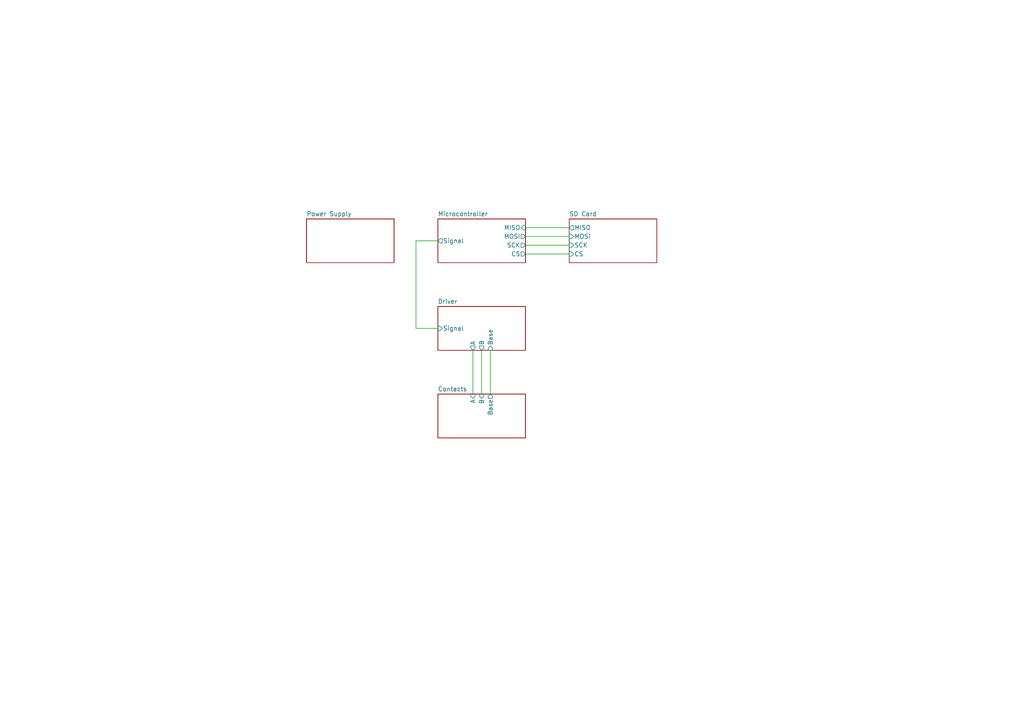
<source format=kicad_sch>
(kicad_sch (version 20230121) (generator eeschema)
  (paper "A4")
  (lib_symbols)
  (wire (pts (xy 152.4 71.12) (xy 165.1 71.12)))
  (wire (pts (xy 139.7 101.6) (xy 139.7 114.3)))
  (wire (pts (xy 152.4 73.66) (xy 165.1 73.66)))
  (wire (pts (xy 152.4 68.58) (xy 165.1 68.58)))
  (wire (pts (xy 152.4 66.04) (xy 165.1 66.04)))
  (wire (pts (xy 137.16 101.6) (xy 137.16 114.3)))
  (wire (pts (xy 127 69.85) (xy 120.65 69.85)))
  (wire (pts (xy 120.65 95.25) (xy 127 95.25)))
  (wire (pts (xy 120.65 69.85) (xy 120.65 95.25)))
  (wire (pts (xy 142.24 101.6) (xy 142.24 114.3)))
  (sheet (at 127 114.3) (size 25.4 12.7) (stroke (width 0.1524))
    (property "Sheetname" "Contacts" (at 127 113.5884 0) (effects (justify left bottom)))
    (property "Sheetfile" "Contacts.kicad_sch" (effects hide))
    (pin "A" input (at 137.16 114.3 90))
    (pin "B" input (at 139.7 114.3 90))
    (pin "Base" output (at 142.24 114.3 90))
  )
  (sheet (at 88.9 63.5) (size 25.4 12.7) (stroke (width 0.1524))
    (property "Sheetname" "Power Supply" (at 88.9 62.7884 0) (effects (justify left bottom)))
    (property "Sheetfile" "PowerSupply.kicad_sch" (effects hide))
  )
  (sheet (at 127 88.9) (size 25.4 12.7) (stroke (width 0.1524))
    (property "Sheetname" "Driver" (at 127 88.1884 0) (effects (justify left bottom)))
    (property "Sheetfile" "Driver.kicad_sch" (effects hide))
    (pin "Signal" input (at 127 95.25 180))
    (pin "A" output (at 137.16 101.6 270))
    (pin "B" output (at 139.7 101.6 270))
    (pin "Base" input (at 142.24 101.6 270))
  )
  (sheet (at 165.1 63.5) (size 25.4 12.7) (stroke (width 0.1524))
    (property "Sheetname" "SD Card" (at 165.1 62.7884 0) (effects (justify left bottom)))
    (property "Sheetfile" "SDCard.kicad_sch" (effects hide))
    (pin "MISO" output (at 165.1 66.04 180))
    (pin "SCK" input (at 165.1 71.12 180))
    (pin "CS" input (at 165.1 73.66 180))
    (pin "MOSI" input (at 165.1 68.58 180))
  )
  (sheet (at 127 63.5) (size 25.4 12.7) (stroke (width 0.1524))
    (property "Sheetname" "Microcontroller" (at 127 62.7884 0) (effects (justify left bottom)))
    (property "Sheetfile" "Microcontroller.kicad_sch" (effects hide))
    (pin "Signal" output (at 127 69.85 180))
    (pin "MOSI" output (at 152.4 68.58 0))
    (pin "CS" output (at 152.4 73.66 0))
    (pin "MISO" input (at 152.4 66.04 0))
    (pin "SCK" output (at 152.4 71.12 0))
  )
)
</source>
